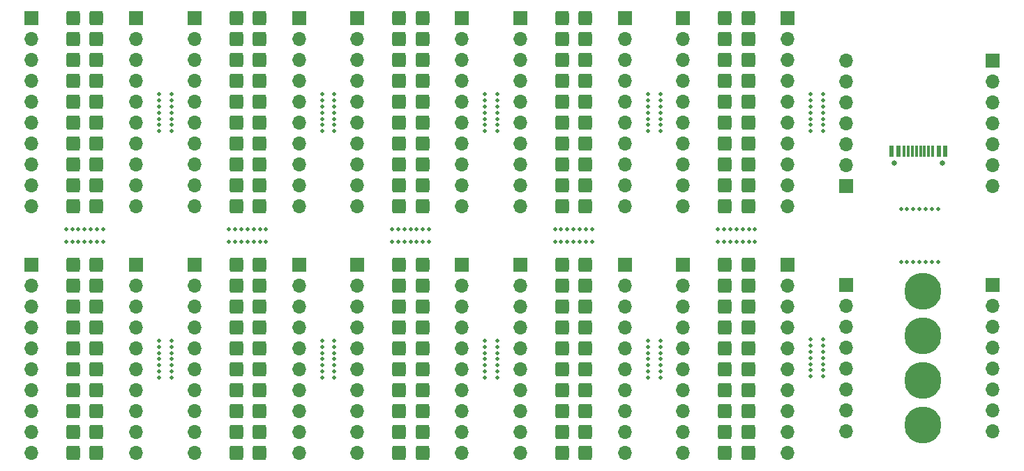
<source format=gbr>
%TF.GenerationSoftware,KiCad,Pcbnew,(6.0.2)*%
%TF.CreationDate,2022-03-22T07:25:02-04:00*%
%TF.ProjectId,Panel_Design_1,50616e65-6c5f-4446-9573-69676e5f312e,rev?*%
%TF.SameCoordinates,Original*%
%TF.FileFunction,Soldermask,Top*%
%TF.FilePolarity,Negative*%
%FSLAX46Y46*%
G04 Gerber Fmt 4.6, Leading zero omitted, Abs format (unit mm)*
G04 Created by KiCad (PCBNEW (6.0.2)) date 2022-03-22 07:25:02*
%MOMM*%
%LPD*%
G01*
G04 APERTURE LIST*
G04 Aperture macros list*
%AMRoundRect*
0 Rectangle with rounded corners*
0 $1 Rounding radius*
0 $2 $3 $4 $5 $6 $7 $8 $9 X,Y pos of 4 corners*
0 Add a 4 corners polygon primitive as box body*
4,1,4,$2,$3,$4,$5,$6,$7,$8,$9,$2,$3,0*
0 Add four circle primitives for the rounded corners*
1,1,$1+$1,$2,$3*
1,1,$1+$1,$4,$5*
1,1,$1+$1,$6,$7*
1,1,$1+$1,$8,$9*
0 Add four rect primitives between the rounded corners*
20,1,$1+$1,$2,$3,$4,$5,0*
20,1,$1+$1,$4,$5,$6,$7,0*
20,1,$1+$1,$6,$7,$8,$9,0*
20,1,$1+$1,$8,$9,$2,$3,0*%
G04 Aperture macros list end*
%ADD10R,1.700000X1.700000*%
%ADD11O,1.700000X1.700000*%
%ADD12RoundRect,0.289474X-0.535526X-0.585526X0.535526X-0.585526X0.535526X0.585526X-0.535526X0.585526X0*%
%ADD13C,0.500000*%
%ADD14C,0.650000*%
%ADD15R,0.600000X1.450000*%
%ADD16R,0.300000X1.450000*%
%ADD17C,4.500000*%
G04 APERTURE END LIST*
D10*
%TO.C,J40*%
X117220000Y-23400000D03*
D11*
X117220000Y-25940000D03*
X117220000Y-28480000D03*
X117220000Y-31020000D03*
X117220000Y-33560000D03*
X117220000Y-36100000D03*
X117220000Y-38640000D03*
X117220000Y-41180000D03*
X117220000Y-43720000D03*
X117220000Y-46260000D03*
%TD*%
D12*
%TO.C,G47*%
X109599100Y-38640000D03*
X112421400Y-38640000D03*
%TD*%
%TO.C,G27*%
X70039100Y-38640000D03*
X72861400Y-38640000D03*
%TD*%
%TO.C,G76*%
X70039100Y-66040000D03*
X72861400Y-66040000D03*
%TD*%
%TO.C,G78*%
X70039100Y-71120000D03*
X72861400Y-71120000D03*
%TD*%
%TO.C,G30*%
X70039100Y-46260000D03*
X72861400Y-46260000D03*
%TD*%
%TO.C,G87*%
X89819100Y-68580000D03*
X92641400Y-68580000D03*
%TD*%
%TO.C,G84*%
X89819100Y-60960000D03*
X92641400Y-60960000D03*
%TD*%
%TO.C,G14*%
X50259100Y-31020000D03*
X53081400Y-31020000D03*
%TD*%
%TO.C,G13*%
X50259100Y-28480000D03*
X53081400Y-28480000D03*
%TD*%
D10*
%TO.C,J4*%
X38100000Y-23400000D03*
D11*
X38100000Y-25940000D03*
X38100000Y-28480000D03*
X38100000Y-31020000D03*
X38100000Y-33560000D03*
X38100000Y-36100000D03*
X38100000Y-38640000D03*
X38100000Y-41180000D03*
X38100000Y-43720000D03*
X38100000Y-46260000D03*
%TD*%
D13*
%TO.C,mouse-bite-2mm-slot13*%
X60670000Y-64840000D03*
X62170000Y-64090000D03*
X60670000Y-63340000D03*
X60670000Y-67090000D03*
X60670000Y-64090000D03*
X62170000Y-62590000D03*
X62170000Y-66340000D03*
X60670000Y-62590000D03*
X60670000Y-65590000D03*
X62170000Y-63340000D03*
X62170000Y-67090000D03*
X60670000Y-66340000D03*
X62170000Y-65590000D03*
X62170000Y-64840000D03*
%TD*%
D12*
%TO.C,G19*%
X50259100Y-43720000D03*
X53081400Y-43720000D03*
%TD*%
%TO.C,G4*%
X30479100Y-31020000D03*
X33301400Y-31020000D03*
%TD*%
%TO.C,G10*%
X30479100Y-46260000D03*
X33301400Y-46260000D03*
%TD*%
%TO.C,G3*%
X30479100Y-28480000D03*
X33301400Y-28480000D03*
%TD*%
D13*
%TO.C,mouse-bite-2mm-slot15*%
X81950000Y-62590000D03*
X80450000Y-64090000D03*
X80450000Y-66340000D03*
X81950000Y-64090000D03*
X80450000Y-62590000D03*
X81950000Y-65590000D03*
X80450000Y-65590000D03*
X81950000Y-67090000D03*
X81950000Y-63340000D03*
X80450000Y-63340000D03*
X81950000Y-64840000D03*
X81950000Y-66340000D03*
X80450000Y-64840000D03*
X80450000Y-67090000D03*
%TD*%
D10*
%TO.C,J48*%
X97440000Y-53340000D03*
D11*
X97440000Y-55880000D03*
X97440000Y-58420000D03*
X97440000Y-60960000D03*
X97440000Y-63500000D03*
X97440000Y-66040000D03*
X97440000Y-68580000D03*
X97440000Y-71120000D03*
X97440000Y-73660000D03*
X97440000Y-76200000D03*
%TD*%
D12*
%TO.C,G46*%
X109599100Y-36100000D03*
X112421400Y-36100000D03*
%TD*%
%TO.C,G90*%
X89819100Y-76200000D03*
X92641400Y-76200000D03*
%TD*%
D10*
%TO.C,J2*%
X25400000Y-23400000D03*
D11*
X25400000Y-25940000D03*
X25400000Y-28480000D03*
X25400000Y-31020000D03*
X25400000Y-33560000D03*
X25400000Y-36100000D03*
X25400000Y-38640000D03*
X25400000Y-41180000D03*
X25400000Y-43720000D03*
X25400000Y-46260000D03*
%TD*%
D13*
%TO.C,mouse-bite-2mm-slot10*%
X31860000Y-49050000D03*
X32610000Y-50550000D03*
X34110000Y-49050000D03*
X29610000Y-50550000D03*
X33360000Y-49050000D03*
X29610000Y-49050000D03*
X31110000Y-49050000D03*
X30360000Y-49050000D03*
X30360000Y-50550000D03*
X31860000Y-50550000D03*
X31110000Y-50550000D03*
X32610000Y-49050000D03*
X33360000Y-50550000D03*
X34110000Y-50550000D03*
%TD*%
D12*
%TO.C,G1*%
X30479100Y-23400000D03*
X33301400Y-23400000D03*
%TD*%
%TO.C,G64*%
X50259100Y-60960000D03*
X53081400Y-60960000D03*
%TD*%
D13*
%TO.C,mouse-bite-2mm-slot*%
X130940001Y-46579999D03*
X131690001Y-46579999D03*
X135440001Y-46579999D03*
X132440001Y-46579999D03*
X133940001Y-46579999D03*
X134690001Y-46579999D03*
X133190001Y-46579999D03*
%TD*%
D12*
%TO.C,G57*%
X30479100Y-68580000D03*
X33301400Y-68580000D03*
%TD*%
%TO.C,G34*%
X89819100Y-31020000D03*
X92641400Y-31020000D03*
%TD*%
%TO.C,G66*%
X50259100Y-66040000D03*
X53081400Y-66040000D03*
%TD*%
%TO.C,G41*%
X109599100Y-23400000D03*
X112421400Y-23400000D03*
%TD*%
%TO.C,G8*%
X30479100Y-41180000D03*
X33301400Y-41180000D03*
%TD*%
D13*
%TO.C,mouse-bite-2mm-slot16*%
X93450000Y-49050000D03*
X93450000Y-50550000D03*
X90450000Y-49050000D03*
X91950000Y-49050000D03*
X91200000Y-49050000D03*
X91200000Y-50550000D03*
X89700000Y-50550000D03*
X91950000Y-50550000D03*
X92700000Y-50550000D03*
X90450000Y-50550000D03*
X88950000Y-49050000D03*
X92700000Y-49050000D03*
X88950000Y-50550000D03*
X89700000Y-49050000D03*
%TD*%
%TO.C,mouse-bite-2mm-slot*%
X133190001Y-53020001D03*
X131690001Y-53020001D03*
X130940001Y-53020001D03*
X132440001Y-53020001D03*
X135440001Y-53020001D03*
X133940001Y-53020001D03*
X134690001Y-53020001D03*
%TD*%
D10*
%TO.C,J37*%
X84740000Y-23400000D03*
D11*
X84740000Y-25940000D03*
X84740000Y-28480000D03*
X84740000Y-31020000D03*
X84740000Y-33560000D03*
X84740000Y-36100000D03*
X84740000Y-38640000D03*
X84740000Y-41180000D03*
X84740000Y-43720000D03*
X84740000Y-46260000D03*
%TD*%
D13*
%TO.C,mouse-bite-2mm-slot18*%
X112480000Y-49050000D03*
X108730000Y-49050000D03*
X113230000Y-50550000D03*
X109480000Y-50550000D03*
X111730000Y-49050000D03*
X110230000Y-49050000D03*
X108730000Y-50550000D03*
X112480000Y-50550000D03*
X113230000Y-49050000D03*
X109480000Y-49050000D03*
X110230000Y-50550000D03*
X110980000Y-49050000D03*
X110980000Y-50550000D03*
X111730000Y-50550000D03*
%TD*%
D10*
%TO.C,J34*%
X57880000Y-23400000D03*
D11*
X57880000Y-25940000D03*
X57880000Y-28480000D03*
X57880000Y-31020000D03*
X57880000Y-33560000D03*
X57880000Y-36100000D03*
X57880000Y-38640000D03*
X57880000Y-41180000D03*
X57880000Y-43720000D03*
X57880000Y-46260000D03*
%TD*%
D12*
%TO.C,G82*%
X89819100Y-55880000D03*
X92641400Y-55880000D03*
%TD*%
%TO.C,G17*%
X50259100Y-38640000D03*
X53081400Y-38640000D03*
%TD*%
%TO.C,G65*%
X50259100Y-63500000D03*
X53081400Y-63500000D03*
%TD*%
%TO.C,G95*%
X109599100Y-63500000D03*
X112421400Y-63500000D03*
%TD*%
D14*
%TO.C,USB1*%
X130170002Y-41004999D03*
X135950002Y-41004999D03*
D15*
X129835002Y-39559999D03*
X130610002Y-39559999D03*
D16*
X131310002Y-39559999D03*
X131810002Y-39559999D03*
X132310002Y-39559999D03*
X132810002Y-39559999D03*
X133310002Y-39559999D03*
X133810002Y-39559999D03*
X134310002Y-39559999D03*
X134810002Y-39559999D03*
D15*
X135510002Y-39559999D03*
X136285002Y-39559999D03*
%TD*%
D12*
%TO.C,G70*%
X50259100Y-76200000D03*
X53081400Y-76200000D03*
%TD*%
D10*
%TO.C,J44*%
X57880000Y-53340000D03*
D11*
X57880000Y-55880000D03*
X57880000Y-58420000D03*
X57880000Y-60960000D03*
X57880000Y-63500000D03*
X57880000Y-66040000D03*
X57880000Y-68580000D03*
X57880000Y-71120000D03*
X57880000Y-73660000D03*
X57880000Y-76200000D03*
%TD*%
D12*
%TO.C,G59*%
X30479100Y-73660000D03*
X33301400Y-73660000D03*
%TD*%
%TO.C,G85*%
X89819100Y-63500000D03*
X92641400Y-63500000D03*
%TD*%
%TO.C,G98*%
X109599100Y-71120000D03*
X112421400Y-71120000D03*
%TD*%
%TO.C,G24*%
X70039100Y-31020000D03*
X72861400Y-31020000D03*
%TD*%
%TO.C,G2*%
X30479100Y-25940000D03*
X33301400Y-25940000D03*
%TD*%
%TO.C,G18*%
X50259100Y-41180000D03*
X53081400Y-41180000D03*
%TD*%
D10*
%TO.C,J41*%
X25400000Y-53340000D03*
D11*
X25400000Y-55880000D03*
X25400000Y-58420000D03*
X25400000Y-60960000D03*
X25400000Y-63500000D03*
X25400000Y-66040000D03*
X25400000Y-68580000D03*
X25400000Y-71120000D03*
X25400000Y-73660000D03*
X25400000Y-76200000D03*
%TD*%
D12*
%TO.C,G31*%
X89819100Y-23400000D03*
X92641400Y-23400000D03*
%TD*%
%TO.C,G80*%
X70039100Y-76200000D03*
X72861400Y-76200000D03*
%TD*%
%TO.C,G67*%
X50259100Y-68580000D03*
X53081400Y-68580000D03*
%TD*%
%TO.C,G60*%
X30479100Y-76200000D03*
X33301400Y-76200000D03*
%TD*%
%TO.C,G25*%
X70039100Y-33560000D03*
X72861400Y-33560000D03*
%TD*%
D10*
%TO.C,J39*%
X104520000Y-23400000D03*
D11*
X104520000Y-25940000D03*
X104520000Y-28480000D03*
X104520000Y-31020000D03*
X104520000Y-33560000D03*
X104520000Y-36100000D03*
X104520000Y-38640000D03*
X104520000Y-41180000D03*
X104520000Y-43720000D03*
X104520000Y-46260000D03*
%TD*%
D12*
%TO.C,G73*%
X70039100Y-58420000D03*
X72861400Y-58420000D03*
%TD*%
D10*
%TO.C,J38*%
X97440000Y-23400000D03*
D11*
X97440000Y-25940000D03*
X97440000Y-28480000D03*
X97440000Y-31020000D03*
X97440000Y-33560000D03*
X97440000Y-36100000D03*
X97440000Y-38640000D03*
X97440000Y-41180000D03*
X97440000Y-43720000D03*
X97440000Y-46260000D03*
%TD*%
D12*
%TO.C,G38*%
X89819100Y-41180000D03*
X92641400Y-41180000D03*
%TD*%
%TO.C,G53*%
X30479100Y-58420000D03*
X33301400Y-58420000D03*
%TD*%
D10*
%TO.C,J36*%
X77660000Y-23400000D03*
D11*
X77660000Y-25940000D03*
X77660000Y-28480000D03*
X77660000Y-31020000D03*
X77660000Y-33560000D03*
X77660000Y-36100000D03*
X77660000Y-38640000D03*
X77660000Y-41180000D03*
X77660000Y-43720000D03*
X77660000Y-46260000D03*
%TD*%
D12*
%TO.C,G23*%
X70039100Y-28480000D03*
X72861400Y-28480000D03*
%TD*%
D10*
%TO.C,J42*%
X38100000Y-53340000D03*
D11*
X38100000Y-55880000D03*
X38100000Y-58420000D03*
X38100000Y-60960000D03*
X38100000Y-63500000D03*
X38100000Y-66040000D03*
X38100000Y-68580000D03*
X38100000Y-71120000D03*
X38100000Y-73660000D03*
X38100000Y-76200000D03*
%TD*%
D12*
%TO.C,G26*%
X70039100Y-36100000D03*
X72861400Y-36100000D03*
%TD*%
%TO.C,G21*%
X70039100Y-23400000D03*
X72861400Y-23400000D03*
%TD*%
%TO.C,G56*%
X30479100Y-66040000D03*
X33301400Y-66040000D03*
%TD*%
%TO.C,G7*%
X30479100Y-38640000D03*
X33301400Y-38640000D03*
%TD*%
D10*
%TO.C,J45*%
X64960000Y-53340000D03*
D11*
X64960000Y-55880000D03*
X64960000Y-58420000D03*
X64960000Y-60960000D03*
X64960000Y-63500000D03*
X64960000Y-66040000D03*
X64960000Y-68580000D03*
X64960000Y-71120000D03*
X64960000Y-73660000D03*
X64960000Y-76200000D03*
%TD*%
D12*
%TO.C,G39*%
X89819100Y-43720000D03*
X92641400Y-43720000D03*
%TD*%
%TO.C,G83*%
X89819100Y-58420000D03*
X92641400Y-58420000D03*
%TD*%
%TO.C,G79*%
X70039100Y-73660000D03*
X72861400Y-73660000D03*
%TD*%
%TO.C,G86*%
X89819100Y-66040000D03*
X92641400Y-66040000D03*
%TD*%
%TO.C,G89*%
X89819100Y-73660000D03*
X92641400Y-73660000D03*
%TD*%
%TO.C,G68*%
X50259100Y-71120000D03*
X53081400Y-71120000D03*
%TD*%
%TO.C,G12*%
X50259100Y-25940000D03*
X53081400Y-25940000D03*
%TD*%
D13*
%TO.C,mouse-bite-2mm-slot*%
X120010001Y-62450001D03*
X120010001Y-63200001D03*
X120010001Y-66200001D03*
X121510001Y-62450001D03*
X120010001Y-63950001D03*
X121510001Y-64700001D03*
X120010001Y-64700001D03*
X121510001Y-63200001D03*
X120010001Y-65450001D03*
X121510001Y-63950001D03*
X121510001Y-65450001D03*
X121510001Y-66200001D03*
X121510001Y-66950001D03*
X120010001Y-66950001D03*
%TD*%
D12*
%TO.C,G55*%
X30479100Y-63500000D03*
X33301400Y-63500000D03*
%TD*%
%TO.C,G96*%
X109599100Y-66040000D03*
X112421400Y-66040000D03*
%TD*%
%TO.C,G99*%
X109599100Y-73660000D03*
X112421400Y-73660000D03*
%TD*%
%TO.C,G43*%
X109599100Y-28480000D03*
X112421400Y-28480000D03*
%TD*%
D10*
%TO.C,J50*%
X117220000Y-53340000D03*
D11*
X117220000Y-55880000D03*
X117220000Y-58420000D03*
X117220000Y-60960000D03*
X117220000Y-63500000D03*
X117220000Y-66040000D03*
X117220000Y-68580000D03*
X117220000Y-71120000D03*
X117220000Y-73660000D03*
X117220000Y-76200000D03*
%TD*%
D10*
%TO.C,J13*%
X124300001Y-55810001D03*
D11*
X124300001Y-58350001D03*
X124300001Y-60890001D03*
X124300001Y-63430001D03*
X124300001Y-65970001D03*
X124300001Y-68510001D03*
X124300001Y-71050001D03*
X124300001Y-73590001D03*
%TD*%
D12*
%TO.C,G29*%
X70039100Y-43720000D03*
X72861400Y-43720000D03*
%TD*%
%TO.C,G48*%
X109599100Y-41180000D03*
X112421400Y-41180000D03*
%TD*%
D13*
%TO.C,mouse-bite-2mm-slot14*%
X71420000Y-49050000D03*
X69170000Y-50550000D03*
X70670000Y-50550000D03*
X69920000Y-49050000D03*
X69920000Y-50550000D03*
X72170000Y-50550000D03*
X72170000Y-49050000D03*
X70670000Y-49050000D03*
X69170000Y-49050000D03*
X72920000Y-50550000D03*
X73670000Y-50550000D03*
X72920000Y-49050000D03*
X71420000Y-50550000D03*
X73670000Y-49050000D03*
%TD*%
D12*
%TO.C,G42*%
X109599100Y-25940000D03*
X112421400Y-25940000D03*
%TD*%
%TO.C,G6*%
X30479100Y-36100000D03*
X33301400Y-36100000D03*
%TD*%
%TO.C,G49*%
X109599100Y-43720000D03*
X112421400Y-43720000D03*
%TD*%
D13*
%TO.C,mouse-bite-2mm-slot17*%
X100230000Y-64840000D03*
X101730000Y-67090000D03*
X100230000Y-65590000D03*
X101730000Y-64840000D03*
X100230000Y-63340000D03*
X100230000Y-66340000D03*
X101730000Y-65590000D03*
X100230000Y-62590000D03*
X101730000Y-62590000D03*
X100230000Y-67090000D03*
X101730000Y-66340000D03*
X101730000Y-63340000D03*
X101730000Y-64090000D03*
X100230000Y-64090000D03*
%TD*%
D10*
%TO.C,J47*%
X84740000Y-53340000D03*
D11*
X84740000Y-55880000D03*
X84740000Y-58420000D03*
X84740000Y-60960000D03*
X84740000Y-63500000D03*
X84740000Y-66040000D03*
X84740000Y-68580000D03*
X84740000Y-71120000D03*
X84740000Y-73660000D03*
X84740000Y-76200000D03*
%TD*%
D12*
%TO.C,G93*%
X109599100Y-58420000D03*
X112421400Y-58420000D03*
%TD*%
D13*
%TO.C,mouse-bite-2mm-slot1*%
X40890000Y-36400000D03*
X40890000Y-37150000D03*
X40890000Y-32650000D03*
X40890000Y-33400000D03*
X42390000Y-36400000D03*
X42390000Y-34150000D03*
X42390000Y-33400000D03*
X42390000Y-34900000D03*
X42390000Y-35650000D03*
X42390000Y-37150000D03*
X40890000Y-34900000D03*
X40890000Y-35650000D03*
X42390000Y-32650000D03*
X40890000Y-34150000D03*
%TD*%
D10*
%TO.C,J25*%
X142080002Y-28549999D03*
D11*
X142080002Y-31089999D03*
X142080002Y-33629999D03*
X142080002Y-36169999D03*
X142080002Y-38709999D03*
X142080002Y-41249999D03*
X142080002Y-43789999D03*
%TD*%
D12*
%TO.C,G72*%
X70039100Y-55880000D03*
X72861400Y-55880000D03*
%TD*%
%TO.C,G75*%
X70039100Y-63500000D03*
X72861400Y-63500000D03*
%TD*%
D10*
%TO.C,J35*%
X64960000Y-23400000D03*
D11*
X64960000Y-25940000D03*
X64960000Y-28480000D03*
X64960000Y-31020000D03*
X64960000Y-33560000D03*
X64960000Y-36100000D03*
X64960000Y-38640000D03*
X64960000Y-41180000D03*
X64960000Y-43720000D03*
X64960000Y-46260000D03*
%TD*%
D12*
%TO.C,G9*%
X30479100Y-43720000D03*
X33301400Y-43720000D03*
%TD*%
%TO.C,G16*%
X50259100Y-36100000D03*
X53081400Y-36100000D03*
%TD*%
D10*
%TO.C,J46*%
X77660000Y-53340000D03*
D11*
X77660000Y-55880000D03*
X77660000Y-58420000D03*
X77660000Y-60960000D03*
X77660000Y-63500000D03*
X77660000Y-66040000D03*
X77660000Y-68580000D03*
X77660000Y-71120000D03*
X77660000Y-73660000D03*
X77660000Y-76200000D03*
%TD*%
D10*
%TO.C,J14*%
X142080001Y-55810001D03*
D11*
X142080001Y-58350001D03*
X142080001Y-60890001D03*
X142080001Y-63430001D03*
X142080001Y-65970001D03*
X142080001Y-68510001D03*
X142080001Y-71050001D03*
X142080001Y-73590001D03*
%TD*%
D13*
%TO.C,mouse-bite-2mm-slot*%
X120010001Y-32649999D03*
X120010001Y-33399999D03*
X120010001Y-36399999D03*
X121510001Y-32649999D03*
X120010001Y-34149999D03*
X121510001Y-34899999D03*
X120010001Y-34899999D03*
X121510001Y-33399999D03*
X120010001Y-35649999D03*
X121510001Y-34149999D03*
X121510001Y-35649999D03*
X121510001Y-36399999D03*
X121510001Y-37149999D03*
X120010001Y-37149999D03*
%TD*%
D12*
%TO.C,G63*%
X50259100Y-58420000D03*
X53081400Y-58420000D03*
%TD*%
D13*
%TO.C,mouse-bite-2mm-slot12*%
X50890000Y-49050000D03*
X53890000Y-50550000D03*
X50140000Y-49050000D03*
X51640000Y-49050000D03*
X49390000Y-49050000D03*
X53890000Y-49050000D03*
X50140000Y-50550000D03*
X52390000Y-50550000D03*
X53140000Y-49050000D03*
X51640000Y-50550000D03*
X49390000Y-50550000D03*
X50890000Y-50550000D03*
X53140000Y-50550000D03*
X52390000Y-49050000D03*
%TD*%
D12*
%TO.C,G88*%
X89819100Y-71120000D03*
X92641400Y-71120000D03*
%TD*%
D10*
%TO.C,J49*%
X104520000Y-53340000D03*
D11*
X104520000Y-55880000D03*
X104520000Y-58420000D03*
X104520000Y-60960000D03*
X104520000Y-63500000D03*
X104520000Y-66040000D03*
X104520000Y-68580000D03*
X104520000Y-71120000D03*
X104520000Y-73660000D03*
X104520000Y-76200000D03*
%TD*%
D12*
%TO.C,G62*%
X50259100Y-55880000D03*
X53081400Y-55880000D03*
%TD*%
%TO.C,G97*%
X109599100Y-68580000D03*
X112421400Y-68580000D03*
%TD*%
%TO.C,G37*%
X89819100Y-38640000D03*
X92641400Y-38640000D03*
%TD*%
%TO.C,G5*%
X30479100Y-33560000D03*
X33301400Y-33560000D03*
%TD*%
%TO.C,G94*%
X109599100Y-60960000D03*
X112421400Y-60960000D03*
%TD*%
%TO.C,G28*%
X70039100Y-41180000D03*
X72861400Y-41180000D03*
%TD*%
%TO.C,G69*%
X50259100Y-73660000D03*
X53081400Y-73660000D03*
%TD*%
%TO.C,G15*%
X50259100Y-33560000D03*
X53081400Y-33560000D03*
%TD*%
D13*
%TO.C,mouse-bite-2mm-slot11*%
X42390000Y-65590000D03*
X42390000Y-67090000D03*
X42390000Y-64840000D03*
X42390000Y-63340000D03*
X40890000Y-62590000D03*
X40890000Y-66340000D03*
X42390000Y-62590000D03*
X40890000Y-64090000D03*
X40890000Y-65590000D03*
X42390000Y-66340000D03*
X40890000Y-63340000D03*
X42390000Y-64090000D03*
X40890000Y-67090000D03*
X40890000Y-64840000D03*
%TD*%
D10*
%TO.C,J18*%
X124300002Y-43789999D03*
D11*
X124300002Y-41249999D03*
X124300002Y-38709999D03*
X124300002Y-36169999D03*
X124300002Y-33629999D03*
X124300002Y-31089999D03*
X124300002Y-28549999D03*
%TD*%
D12*
%TO.C,G45*%
X109599100Y-33560000D03*
X112421400Y-33560000D03*
%TD*%
%TO.C,G92*%
X109599100Y-55880000D03*
X112421400Y-55880000D03*
%TD*%
%TO.C,G61*%
X50259100Y-53340000D03*
X53081400Y-53340000D03*
%TD*%
%TO.C,G36*%
X89819100Y-36100000D03*
X92641400Y-36100000D03*
%TD*%
%TO.C,G71*%
X70039100Y-53340000D03*
X72861400Y-53340000D03*
%TD*%
%TO.C,G52*%
X30479100Y-55880000D03*
X33301400Y-55880000D03*
%TD*%
%TO.C,G77*%
X70039100Y-68580000D03*
X72861400Y-68580000D03*
%TD*%
%TO.C,G33*%
X89819100Y-28480000D03*
X92641400Y-28480000D03*
%TD*%
%TO.C,G40*%
X89819100Y-46260000D03*
X92641400Y-46260000D03*
%TD*%
%TO.C,G100*%
X109599100Y-76200000D03*
X112421400Y-76200000D03*
%TD*%
%TO.C,G54*%
X30479100Y-60960000D03*
X33301400Y-60960000D03*
%TD*%
D10*
%TO.C,J33*%
X45180000Y-23400000D03*
D11*
X45180000Y-25940000D03*
X45180000Y-28480000D03*
X45180000Y-31020000D03*
X45180000Y-33560000D03*
X45180000Y-36100000D03*
X45180000Y-38640000D03*
X45180000Y-41180000D03*
X45180000Y-43720000D03*
X45180000Y-46260000D03*
%TD*%
D12*
%TO.C,G11*%
X50259100Y-23400000D03*
X53081400Y-23400000D03*
%TD*%
%TO.C,G91*%
X109599100Y-53340000D03*
X112421400Y-53340000D03*
%TD*%
%TO.C,G81*%
X89819100Y-53340000D03*
X92641400Y-53340000D03*
%TD*%
D13*
%TO.C,mouse-bite-2mm-slot5*%
X81950000Y-34150000D03*
X81950000Y-36400000D03*
X81950000Y-35650000D03*
X80450000Y-34900000D03*
X80450000Y-32650000D03*
X81950000Y-34900000D03*
X80450000Y-33400000D03*
X80450000Y-34150000D03*
X80450000Y-36400000D03*
X80450000Y-35650000D03*
X81950000Y-33400000D03*
X81950000Y-37150000D03*
X81950000Y-32650000D03*
X80450000Y-37150000D03*
%TD*%
D12*
%TO.C,G51*%
X30479100Y-53340000D03*
X33301400Y-53340000D03*
%TD*%
%TO.C,G20*%
X50259100Y-46260000D03*
X53081400Y-46260000D03*
%TD*%
%TO.C,G58*%
X30479100Y-71120000D03*
X33301400Y-71120000D03*
%TD*%
%TO.C,G50*%
X109599100Y-46260000D03*
X112421400Y-46260000D03*
%TD*%
%TO.C,G35*%
X89819100Y-33560000D03*
X92641400Y-33560000D03*
%TD*%
%TO.C,G44*%
X109599100Y-31020000D03*
X112421400Y-31020000D03*
%TD*%
%TO.C,G22*%
X70039100Y-25940000D03*
X72861400Y-25940000D03*
%TD*%
%TO.C,G32*%
X89819100Y-25940000D03*
X92641400Y-25940000D03*
%TD*%
D13*
%TO.C,mouse-bite-2mm-slot3*%
X62170000Y-35650000D03*
X60670000Y-36400000D03*
X60670000Y-34150000D03*
X62170000Y-34900000D03*
X60670000Y-33400000D03*
X62170000Y-36400000D03*
X62170000Y-37150000D03*
X62170000Y-33400000D03*
X62170000Y-34150000D03*
X60670000Y-34900000D03*
X60670000Y-35650000D03*
X60670000Y-37150000D03*
X60670000Y-32650000D03*
X62170000Y-32650000D03*
%TD*%
%TO.C,mouse-bite-2mm-slot7*%
X100230000Y-32650000D03*
X100230000Y-37150000D03*
X101730000Y-35650000D03*
X100230000Y-34900000D03*
X101730000Y-36400000D03*
X100230000Y-36400000D03*
X100230000Y-33400000D03*
X100230000Y-35650000D03*
X100230000Y-34150000D03*
X101730000Y-33400000D03*
X101730000Y-32650000D03*
X101730000Y-37150000D03*
X101730000Y-34900000D03*
X101730000Y-34150000D03*
%TD*%
D12*
%TO.C,G74*%
X70039100Y-60960000D03*
X72861400Y-60960000D03*
%TD*%
D10*
%TO.C,J43*%
X45180000Y-53340000D03*
D11*
X45180000Y-55880000D03*
X45180000Y-58420000D03*
X45180000Y-60960000D03*
X45180000Y-63500000D03*
X45180000Y-66040000D03*
X45180000Y-68580000D03*
X45180000Y-71120000D03*
X45180000Y-73660000D03*
X45180000Y-76200000D03*
%TD*%
D17*
%TO.C,RGB3*%
X133580001Y-67430001D03*
%TD*%
%TO.C,RGB4*%
X133580001Y-72830001D03*
%TD*%
%TO.C,RGB1*%
X133580001Y-56630001D03*
%TD*%
%TO.C,RGB2*%
X133580001Y-62030001D03*
%TD*%
M02*

</source>
